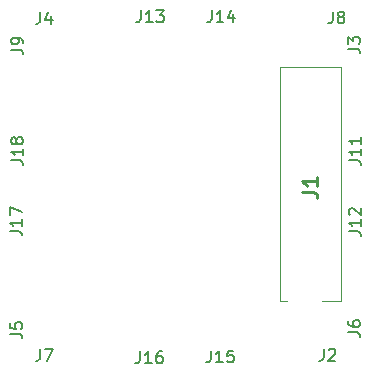
<source format=gbr>
%TF.GenerationSoftware,KiCad,Pcbnew,(5.1.10)-1*%
%TF.CreationDate,2022-01-02T17:44:00+01:00*%
%TF.ProjectId,3DESPWroverB,33444553-5057-4726-9f76-6572422e6b69,rev?*%
%TF.SameCoordinates,Original*%
%TF.FileFunction,Legend,Top*%
%TF.FilePolarity,Positive*%
%FSLAX46Y46*%
G04 Gerber Fmt 4.6, Leading zero omitted, Abs format (unit mm)*
G04 Created by KiCad (PCBNEW (5.1.10)-1) date 2022-01-02 17:44:00*
%MOMM*%
%LPD*%
G01*
G04 APERTURE LIST*
%ADD10C,0.100000*%
%ADD11C,0.254000*%
%ADD12C,0.150000*%
G04 APERTURE END LIST*
D10*
%TO.C,J1*%
X163255200Y-67151600D02*
X164855200Y-67151600D01*
X164855200Y-67151600D02*
X164855200Y-47351600D01*
X164855200Y-47351600D02*
X159655200Y-47351600D01*
X159655200Y-47351600D02*
X159655200Y-67151600D01*
X159655200Y-67151600D02*
X160255200Y-67151600D01*
D11*
X161559723Y-57939933D02*
X162466866Y-57939933D01*
X162648295Y-58000409D01*
X162769247Y-58121361D01*
X162829723Y-58302790D01*
X162829723Y-58423742D01*
X162829723Y-56669933D02*
X162829723Y-57395647D01*
X162829723Y-57032790D02*
X161559723Y-57032790D01*
X161741152Y-57153742D01*
X161862104Y-57274695D01*
X161922580Y-57395647D01*
%TO.C,J2*%
D12*
X163369666Y-71207380D02*
X163369666Y-71921666D01*
X163322047Y-72064523D01*
X163226809Y-72159761D01*
X163083952Y-72207380D01*
X162988714Y-72207380D01*
X163798238Y-71302619D02*
X163845857Y-71255000D01*
X163941095Y-71207380D01*
X164179190Y-71207380D01*
X164274428Y-71255000D01*
X164322047Y-71302619D01*
X164369666Y-71397857D01*
X164369666Y-71493095D01*
X164322047Y-71635952D01*
X163750619Y-72207380D01*
X164369666Y-72207380D01*
%TO.C,J3*%
X165441380Y-45799333D02*
X166155666Y-45799333D01*
X166298523Y-45846952D01*
X166393761Y-45942190D01*
X166441380Y-46085047D01*
X166441380Y-46180285D01*
X165441380Y-45418380D02*
X165441380Y-44799333D01*
X165822333Y-45132666D01*
X165822333Y-44989809D01*
X165869952Y-44894571D01*
X165917571Y-44846952D01*
X166012809Y-44799333D01*
X166250904Y-44799333D01*
X166346142Y-44846952D01*
X166393761Y-44894571D01*
X166441380Y-44989809D01*
X166441380Y-45275523D01*
X166393761Y-45370761D01*
X166346142Y-45418380D01*
%TO.C,J4*%
X139366666Y-42708580D02*
X139366666Y-43422866D01*
X139319047Y-43565723D01*
X139223809Y-43660961D01*
X139080952Y-43708580D01*
X138985714Y-43708580D01*
X140271428Y-43041914D02*
X140271428Y-43708580D01*
X140033333Y-42660961D02*
X139795238Y-43375247D01*
X140414285Y-43375247D01*
%TO.C,J5*%
X136840980Y-69954733D02*
X137555266Y-69954733D01*
X137698123Y-70002352D01*
X137793361Y-70097590D01*
X137840980Y-70240447D01*
X137840980Y-70335685D01*
X136840980Y-69002352D02*
X136840980Y-69478542D01*
X137317171Y-69526161D01*
X137269552Y-69478542D01*
X137221933Y-69383304D01*
X137221933Y-69145209D01*
X137269552Y-69049971D01*
X137317171Y-69002352D01*
X137412409Y-68954733D01*
X137650504Y-68954733D01*
X137745742Y-69002352D01*
X137793361Y-69049971D01*
X137840980Y-69145209D01*
X137840980Y-69383304D01*
X137793361Y-69478542D01*
X137745742Y-69526161D01*
%TO.C,J6*%
X165441380Y-69802333D02*
X166155666Y-69802333D01*
X166298523Y-69849952D01*
X166393761Y-69945190D01*
X166441380Y-70088047D01*
X166441380Y-70183285D01*
X165441380Y-68897571D02*
X165441380Y-69088047D01*
X165489000Y-69183285D01*
X165536619Y-69230904D01*
X165679476Y-69326142D01*
X165869952Y-69373761D01*
X166250904Y-69373761D01*
X166346142Y-69326142D01*
X166393761Y-69278523D01*
X166441380Y-69183285D01*
X166441380Y-68992809D01*
X166393761Y-68897571D01*
X166346142Y-68849952D01*
X166250904Y-68802333D01*
X166012809Y-68802333D01*
X165917571Y-68849952D01*
X165869952Y-68897571D01*
X165822333Y-68992809D01*
X165822333Y-69183285D01*
X165869952Y-69278523D01*
X165917571Y-69326142D01*
X166012809Y-69373761D01*
%TO.C,J7*%
X139366666Y-71207380D02*
X139366666Y-71921666D01*
X139319047Y-72064523D01*
X139223809Y-72159761D01*
X139080952Y-72207380D01*
X138985714Y-72207380D01*
X139747619Y-71207380D02*
X140414285Y-71207380D01*
X139985714Y-72207380D01*
%TO.C,J8*%
X164131666Y-42657780D02*
X164131666Y-43372066D01*
X164084047Y-43514923D01*
X163988809Y-43610161D01*
X163845952Y-43657780D01*
X163750714Y-43657780D01*
X164750714Y-43086352D02*
X164655476Y-43038733D01*
X164607857Y-42991114D01*
X164560238Y-42895876D01*
X164560238Y-42848257D01*
X164607857Y-42753019D01*
X164655476Y-42705400D01*
X164750714Y-42657780D01*
X164941190Y-42657780D01*
X165036428Y-42705400D01*
X165084047Y-42753019D01*
X165131666Y-42848257D01*
X165131666Y-42895876D01*
X165084047Y-42991114D01*
X165036428Y-43038733D01*
X164941190Y-43086352D01*
X164750714Y-43086352D01*
X164655476Y-43133971D01*
X164607857Y-43181590D01*
X164560238Y-43276828D01*
X164560238Y-43467304D01*
X164607857Y-43562542D01*
X164655476Y-43610161D01*
X164750714Y-43657780D01*
X164941190Y-43657780D01*
X165036428Y-43610161D01*
X165084047Y-43562542D01*
X165131666Y-43467304D01*
X165131666Y-43276828D01*
X165084047Y-43181590D01*
X165036428Y-43133971D01*
X164941190Y-43086352D01*
%TO.C,J9*%
X136917180Y-45875533D02*
X137631466Y-45875533D01*
X137774323Y-45923152D01*
X137869561Y-46018390D01*
X137917180Y-46161247D01*
X137917180Y-46256485D01*
X137917180Y-45351723D02*
X137917180Y-45161247D01*
X137869561Y-45066009D01*
X137821942Y-45018390D01*
X137679085Y-44923152D01*
X137488609Y-44875533D01*
X137107657Y-44875533D01*
X137012419Y-44923152D01*
X136964800Y-44970771D01*
X136917180Y-45066009D01*
X136917180Y-45256485D01*
X136964800Y-45351723D01*
X137012419Y-45399342D01*
X137107657Y-45446961D01*
X137345752Y-45446961D01*
X137440990Y-45399342D01*
X137488609Y-45351723D01*
X137536228Y-45256485D01*
X137536228Y-45066009D01*
X137488609Y-44970771D01*
X137440990Y-44923152D01*
X137345752Y-44875533D01*
%TO.C,J11*%
X165517580Y-55267123D02*
X166231866Y-55267123D01*
X166374723Y-55314742D01*
X166469961Y-55409980D01*
X166517580Y-55552838D01*
X166517580Y-55648076D01*
X166517580Y-54267123D02*
X166517580Y-54838552D01*
X166517580Y-54552838D02*
X165517580Y-54552838D01*
X165660438Y-54648076D01*
X165755676Y-54743314D01*
X165803295Y-54838552D01*
X166517580Y-53314742D02*
X166517580Y-53886171D01*
X166517580Y-53600457D02*
X165517580Y-53600457D01*
X165660438Y-53695695D01*
X165755676Y-53790933D01*
X165803295Y-53886171D01*
%TO.C,J12*%
X165492180Y-61261523D02*
X166206466Y-61261523D01*
X166349323Y-61309142D01*
X166444561Y-61404380D01*
X166492180Y-61547238D01*
X166492180Y-61642476D01*
X166492180Y-60261523D02*
X166492180Y-60832952D01*
X166492180Y-60547238D02*
X165492180Y-60547238D01*
X165635038Y-60642476D01*
X165730276Y-60737714D01*
X165777895Y-60832952D01*
X165587419Y-59880571D02*
X165539800Y-59832952D01*
X165492180Y-59737714D01*
X165492180Y-59499619D01*
X165539800Y-59404380D01*
X165587419Y-59356761D01*
X165682657Y-59309142D01*
X165777895Y-59309142D01*
X165920752Y-59356761D01*
X166492180Y-59928190D01*
X166492180Y-59309142D01*
%TO.C,J13*%
X147882076Y-42556180D02*
X147882076Y-43270466D01*
X147834457Y-43413323D01*
X147739219Y-43508561D01*
X147596361Y-43556180D01*
X147501123Y-43556180D01*
X148882076Y-43556180D02*
X148310647Y-43556180D01*
X148596361Y-43556180D02*
X148596361Y-42556180D01*
X148501123Y-42699038D01*
X148405885Y-42794276D01*
X148310647Y-42841895D01*
X149215409Y-42556180D02*
X149834457Y-42556180D01*
X149501123Y-42937133D01*
X149643980Y-42937133D01*
X149739219Y-42984752D01*
X149786838Y-43032371D01*
X149834457Y-43127609D01*
X149834457Y-43365704D01*
X149786838Y-43460942D01*
X149739219Y-43508561D01*
X149643980Y-43556180D01*
X149358266Y-43556180D01*
X149263028Y-43508561D01*
X149215409Y-43460942D01*
%TO.C,J14*%
X153876476Y-42556180D02*
X153876476Y-43270466D01*
X153828857Y-43413323D01*
X153733619Y-43508561D01*
X153590761Y-43556180D01*
X153495523Y-43556180D01*
X154876476Y-43556180D02*
X154305047Y-43556180D01*
X154590761Y-43556180D02*
X154590761Y-42556180D01*
X154495523Y-42699038D01*
X154400285Y-42794276D01*
X154305047Y-42841895D01*
X155733619Y-42889514D02*
X155733619Y-43556180D01*
X155495523Y-42508561D02*
X155257428Y-43222847D01*
X155876476Y-43222847D01*
%TO.C,J15*%
X153825676Y-71359780D02*
X153825676Y-72074066D01*
X153778057Y-72216923D01*
X153682819Y-72312161D01*
X153539961Y-72359780D01*
X153444723Y-72359780D01*
X154825676Y-72359780D02*
X154254247Y-72359780D01*
X154539961Y-72359780D02*
X154539961Y-71359780D01*
X154444723Y-71502638D01*
X154349485Y-71597876D01*
X154254247Y-71645495D01*
X155730438Y-71359780D02*
X155254247Y-71359780D01*
X155206628Y-71835971D01*
X155254247Y-71788352D01*
X155349485Y-71740733D01*
X155587580Y-71740733D01*
X155682819Y-71788352D01*
X155730438Y-71835971D01*
X155778057Y-71931209D01*
X155778057Y-72169304D01*
X155730438Y-72264542D01*
X155682819Y-72312161D01*
X155587580Y-72359780D01*
X155349485Y-72359780D01*
X155254247Y-72312161D01*
X155206628Y-72264542D01*
%TO.C,J16*%
X147805876Y-71435980D02*
X147805876Y-72150266D01*
X147758257Y-72293123D01*
X147663019Y-72388361D01*
X147520161Y-72435980D01*
X147424923Y-72435980D01*
X148805876Y-72435980D02*
X148234447Y-72435980D01*
X148520161Y-72435980D02*
X148520161Y-71435980D01*
X148424923Y-71578838D01*
X148329685Y-71674076D01*
X148234447Y-71721695D01*
X149663019Y-71435980D02*
X149472542Y-71435980D01*
X149377304Y-71483600D01*
X149329685Y-71531219D01*
X149234447Y-71674076D01*
X149186828Y-71864552D01*
X149186828Y-72245504D01*
X149234447Y-72340742D01*
X149282066Y-72388361D01*
X149377304Y-72435980D01*
X149567780Y-72435980D01*
X149663019Y-72388361D01*
X149710638Y-72340742D01*
X149758257Y-72245504D01*
X149758257Y-72007409D01*
X149710638Y-71912171D01*
X149663019Y-71864552D01*
X149567780Y-71816933D01*
X149377304Y-71816933D01*
X149282066Y-71864552D01*
X149234447Y-71912171D01*
X149186828Y-72007409D01*
%TO.C,J17*%
X136790180Y-61236123D02*
X137504466Y-61236123D01*
X137647323Y-61283742D01*
X137742561Y-61378980D01*
X137790180Y-61521838D01*
X137790180Y-61617076D01*
X137790180Y-60236123D02*
X137790180Y-60807552D01*
X137790180Y-60521838D02*
X136790180Y-60521838D01*
X136933038Y-60617076D01*
X137028276Y-60712314D01*
X137075895Y-60807552D01*
X136790180Y-59902790D02*
X136790180Y-59236123D01*
X137790180Y-59664695D01*
%TO.C,J18*%
X136917180Y-55267123D02*
X137631466Y-55267123D01*
X137774323Y-55314742D01*
X137869561Y-55409980D01*
X137917180Y-55552838D01*
X137917180Y-55648076D01*
X137917180Y-54267123D02*
X137917180Y-54838552D01*
X137917180Y-54552838D02*
X136917180Y-54552838D01*
X137060038Y-54648076D01*
X137155276Y-54743314D01*
X137202895Y-54838552D01*
X137345752Y-53695695D02*
X137298133Y-53790933D01*
X137250514Y-53838552D01*
X137155276Y-53886171D01*
X137107657Y-53886171D01*
X137012419Y-53838552D01*
X136964800Y-53790933D01*
X136917180Y-53695695D01*
X136917180Y-53505219D01*
X136964800Y-53409980D01*
X137012419Y-53362361D01*
X137107657Y-53314742D01*
X137155276Y-53314742D01*
X137250514Y-53362361D01*
X137298133Y-53409980D01*
X137345752Y-53505219D01*
X137345752Y-53695695D01*
X137393371Y-53790933D01*
X137440990Y-53838552D01*
X137536228Y-53886171D01*
X137726704Y-53886171D01*
X137821942Y-53838552D01*
X137869561Y-53790933D01*
X137917180Y-53695695D01*
X137917180Y-53505219D01*
X137869561Y-53409980D01*
X137821942Y-53362361D01*
X137726704Y-53314742D01*
X137536228Y-53314742D01*
X137440990Y-53362361D01*
X137393371Y-53409980D01*
X137345752Y-53505219D01*
%TD*%
M02*

</source>
